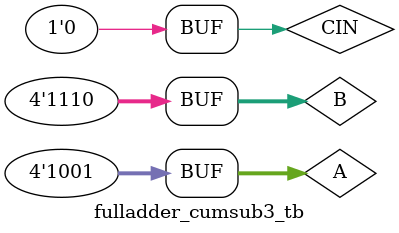
<source format=v>
module fa(input a,b,cin, output s,co);
assign {co,s}=a+b+cin;
endmodule


module fulladder_cumsuub3 (
    input [3:0]a,b,
    input c,                      //enable
    output [3:0]sum,carry);

    fa a1(.a(a[0]), .b(b[0]^c), .cin(c), .s(sum[0]), .co(carry[0]) );
    fa a2(.a(a[1]), .b(b[1]^c), .cin(carry[0]), .s(sum[1]), .co(carry[1]) );
    fa a3(.a(a[2]), .b(b[2]^c), .cin(carry[1]), .s(sum[2]), .co(carry[2]) );
    fa a4(.a(a[3]), .b(b[3]^c), .cin(carry[2]), .s(sum[3]), .co(carry[3]) );
    

    
endmodule

module  fulladder_cumsub3_tb;

wire [3:0]S,C;
reg  [3:0]A,B;
reg CIN;

fulladder_cumsuub3 dut (
    .a(A), .b(B),
    .c(CIN),
    .sum(S), .carry(C));

    initial
     begin
        $monitor("[%t] A=%b B=%b C=%b SUM=%b C=%b",$time,A,B,CIN,S,C[3]);
        A=4'B1100; B=4'B1101; CIN=1'b1;                                // since cin=1 subraction
        #10   A=4'b1001; B=4'B1110; CIN=1'b0;                          // since c=0 addition
    end

    
endmodule

</source>
